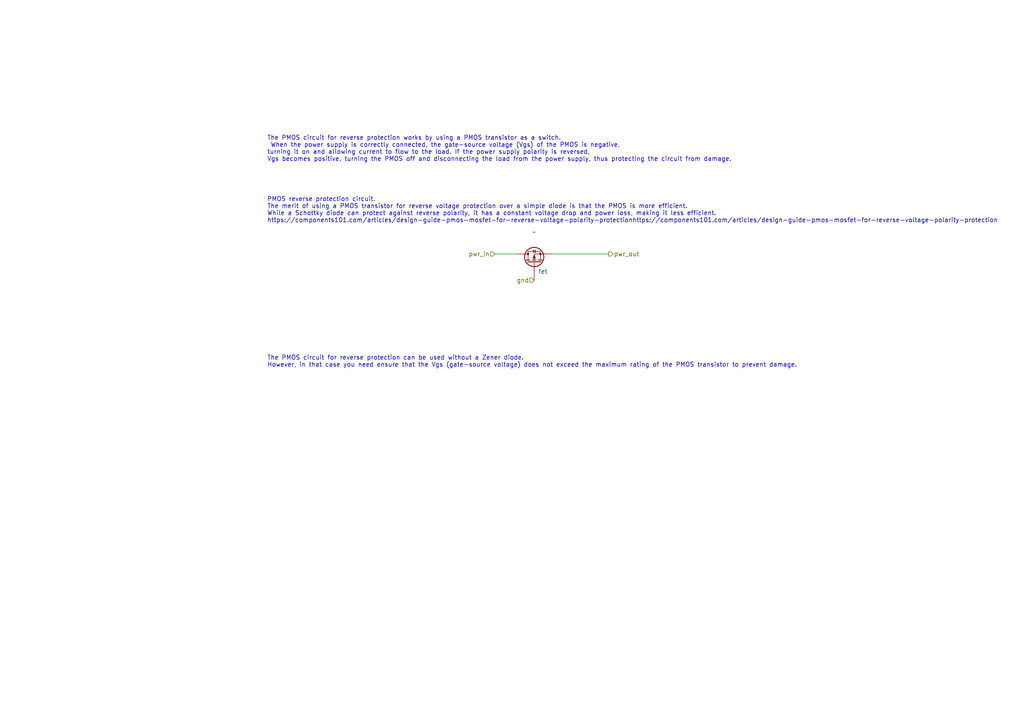
<source format=kicad_sch>
(kicad_sch (version 20230121) (generator eeschema)
  (paper "A4")
  (lib_symbols
    (symbol "Device:Q_PMOS_DGS" (pin_numbers hide) (pin_names (offset 0) hide)
      (property "Reference" "Q" (at 5.08 1.27 0))
      (property "Value" "Q_PMOS_DGS" (at 5.08 -1.27 0))
      (symbol "Q_PMOS_DGS_0_1"
        (polyline (pts (xy 0.254 0) (xy -2.54 0)))
        (polyline (pts (xy 0.254 1.905) (xy 0.254 -1.905)) (stroke (width 0.254)))
        (polyline (pts (xy 0.762 -1.27) (xy 0.762 -2.286)) (stroke (width 0.254)))
        (polyline (pts (xy 0.762 0.508) (xy 0.762 -0.508)) (stroke (width 0.254)))
        (polyline (pts (xy 0.762 2.286) (xy 0.762 1.27)) (stroke (width 0.254)))
        (polyline (pts (xy 2.54 2.54) (xy 2.54 1.778)))
        (polyline (pts (xy 2.54 -2.54) (xy 2.54 0) (xy 0.762 0)))
        (polyline (pts (xy 0.762 1.778) (xy 3.302 1.778) (xy 3.302 -1.778) (xy 0.762 -1.778)))
        (polyline (pts (xy 2.286 0) (xy 1.27 0.381) (xy 1.27 -0.381) (xy 2.286 0)) (fill (type outline)))
        (polyline (pts (xy 2.794 -0.508) (xy 2.921 -0.381) (xy 3.683 -0.381) (xy 3.81 -0.254)))
        (polyline (pts (xy 3.302 -0.381) (xy 2.921 0.254) (xy 3.683 0.254) (xy 3.302 -0.381)))
        (circle (center 1.651 0) (radius 2.794) (stroke (width 0.254)))
        (circle (center 2.54 -1.778) (radius 0.254) (fill (type outline)))
        (circle (center 2.54 1.778) (radius 0.254) (fill (type outline)))
      )
      (symbol "Q_PMOS_DGS_1_1"
        (pin passive line (at 2.54 5.08 270) (length 2.54) (name "D") (number "1"))
        (pin input line (at -5.08 0 0) (length 2.54) (name "G") (number "2"))
        (pin passive line (at 2.54 -5.08 90) (length 2.54) (name "S") (number "3"))
      )
    )
  )
  (wire (pts (xy 143.51 73.66) (xy 149.86 73.66)))
  (wire (pts (xy 160.02 73.66) (xy 176.53 73.66)))
  (text "The PMOS circuit for reverse protection can be used without a Zener diode. \nHowever, in that case you need ensure that the Vgs (gate-source voltage) does not exceed the maximum rating of the PMOS transistor to prevent damage. " (at 77.47 106.68 0) (effects (font (size 1.27 1.27)) (justify left bottom)))
  (text "The PMOS circuit for reverse protection works by using a PMOS transistor as a switch.\n When the power supply is correctly connected, the gate-source voltage (Vgs) of the PMOS is negative, \nturning it on and allowing current to flow to the load. If the power supply polarity is reversed, \nVgs becomes positive, turning the PMOS off and disconnecting the load from the power supply, thus protecting the circuit from damage. \n" (at 77.47 46.99 0) (effects (font (size 1.27 1.27)) (justify left bottom)))
  (text "PMOS reverse protection circuit. \nThe merit of using a PMOS transistor for reverse voltage protection over a simple diode is that the PMOS is more efficient. \nWhile a Schottky diode can protect against reverse polarity, it has a constant voltage drop and power loss, making it less efficient.\nhttps://components101.com/articles/design-guide-pmos-mosfet-for-reverse-voltage-polarity-protectionhttps://components101.com/articles/design-guide-pmos-mosfet-for-reverse-voltage-polarity-protection\n" (at 77.47 64.77 0) (effects (font (size 1.27 1.27)) (justify left bottom)))
  (hierarchical_label "pwr_in" (shape input) (at 143.51 73.66 180))
  (hierarchical_label "pwr_out" (shape output) (at 176.53 73.66 0))
  (hierarchical_label "gnd" (shape input) (at 154.94 81.28 180))
  (symbol (lib_id "Device:Q_PMOS_DGS") (at 154.94 76.2 90) (unit 1)
    (property "Reference" "fet" (at 157.48 78.74 90))
    (property "Value" "~" (at 154.94 67.31 90))
  )
)
</source>
